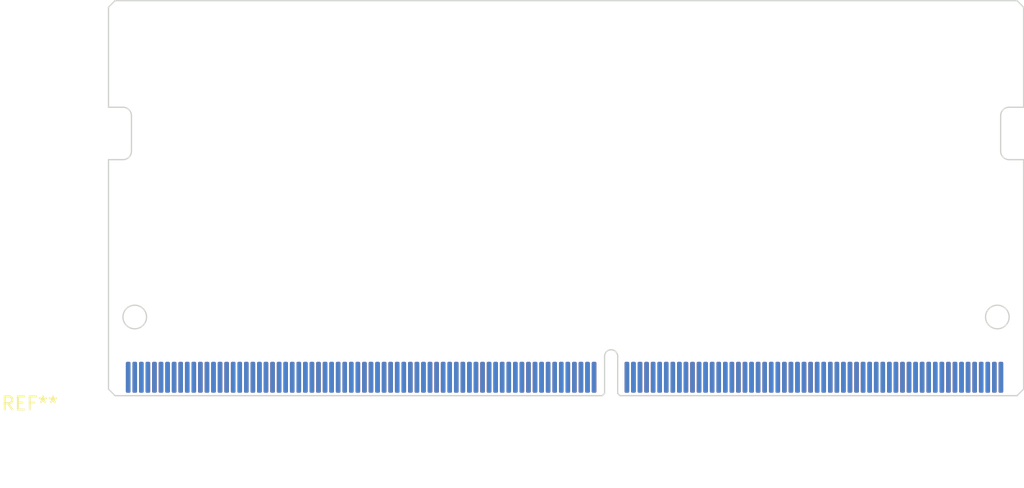
<source format=kicad_pcb>
(kicad_pcb (version 20211014) (generator pcbnew)
  (layers (0 "F.Cu" signal) (31 "B.Cu" signal) (34 "B.Paste" user) (35 "F.Paste" user) (36 "B.SilkS" user "B.Silkscreen") (37 "F.SilkS" user "F.Silkscreen") (38 "B.Mask" user) (39 "F.Mask" user) (44 "Edge.Cuts" user))
  (net 0 "")
  (footprint "ddr4_sodimm_pinout:ddr4_sodimm_pinout" (layer "F.Cu") (at 107.3 113.3)
    (fp_text reference "REF**" (at -7.5 2 unlocked) (layer "F.SilkS"))
    (fp_text value "ddr4_sodimm_pinout")
    (pad "1" smd roundrect (at 0 0) (size 0.35 2.35) (layers "F.Cu" "F.Paste" "F.Mask"))
    (pad "2" smd roundrect (at 0 0) (size 0.35 2.35) (layers "B.Cu" "B.Paste" "B.Mask"))
    (pad "3" smd roundrect (at 0.5 0) (size 0.35 2.35) (layers "F.Cu" "F.Paste" "F.Mask"))
    (pad "4" smd roundrect (at 0.5 0) (size 0.35 2.35) (layers "B.Cu" "B.Paste" "B.Mask"))
    (pad "5" smd roundrect (at 1 0) (size 0.35 2.35) (layers "F.Cu" "F.Paste" "F.Mask"))
    (pad "6" smd roundrect (at 1 0) (size 0.35 2.35) (layers "B.Cu" "B.Paste" "B.Mask"))
    (pad "7" smd roundrect (at 1.5 0) (size 0.35 2.35) (layers "F.Cu" "F.Paste" "F.Mask"))
    (pad "8" smd roundrect (at 1.5 0) (size 0.35 2.35) (layers "B.Cu" "B.Paste" "B.Mask"))
    (pad "9" smd roundrect (at 2 0) (size 0.35 2.35) (layers "F.Cu" "F.Paste" "F.Mask"))
    (pad "10" smd roundrect (at 2 0) (size 0.35 2.35) (layers "B.Cu" "B.Paste" "B.Mask"))
    (pad "11" smd roundrect (at 2.5 0) (size 0.35 2.35) (layers "F.Cu" "F.Paste" "F.Mask"))
    (pad "12" smd roundrect (at 2.5 0) (size 0.35 2.35) (layers "B.Cu" "B.Paste" "B.Mask"))
    (pad "13" smd roundrect (at 3 0) (size 0.35 2.35) (layers "F.Cu" "F.Paste" "F.Mask"))
    (pad "14" smd roundrect (at 3 0) (size 0.35 2.35) (layers "B.Cu" "B.Paste" "B.Mask"))
    (pad "15" smd roundrect (at 3.5 0) (size 0.35 2.35) (layers "F.Cu" "F.Paste" "F.Mask"))
    (pad "16" smd roundrect (at 3.5 0) (size 0.35 2.35) (layers "B.Cu" "B.Paste" "B.Mask"))
    (pad "17" smd roundrect (at 4 0) (size 0.35 2.35) (layers "F.Cu" "F.Paste" "F.Mask"))
    (pad "18" smd roundrect (at 4 0) (size 0.35 2.35) (layers "B.Cu" "B.Paste" "B.Mask"))
    (pad "19" smd roundrect (at 4.5 0) (size 0.35 2.35) (layers "F.Cu" "F.Paste" "F.Mask"))
    (pad "20" smd roundrect (at 4.5 0) (size 0.35 2.35) (layers "B.Cu" "B.Paste" "B.Mask"))
    (pad "21" smd roundrect (at 5 0) (size 0.35 2.35) (layers "F.Cu" "F.Paste" "F.Mask"))
    (pad "22" smd roundrect (at 5 0) (size 0.35 2.35) (layers "B.Cu" "B.Paste" "B.Mask"))
    (pad "23" smd roundrect (at 5.5 0) (size 0.35 2.35) (layers "F.Cu" "F.Paste" "F.Mask"))
    (pad "24" smd roundrect (at 5.5 0) (size 0.35 2.35) (layers "B.Cu" "B.Paste" "B.Mask"))
    (pad "25" smd roundrect (at 6 0) (size 0.35 2.35) (layers "F.Cu" "F.Paste" "F.Mask"))
    (pad "26" smd roundrect (at 6 0) (size 0.35 2.35) (layers "B.Cu" "B.Paste" "B.Mask"))
    (pad "27" smd roundrect (at 6.5 0) (size 0.35 2.35) (layers "F.Cu" "F.Paste" "F.Mask"))
    (pad "28" smd roundrect (at 6.5 0) (size 0.35 2.35) (layers "B.Cu" "B.Paste" "B.Mask"))
    (pad "29" smd roundrect (at 7 0) (size 0.35 2.35) (layers "F.Cu" "F.Paste" "F.Mask"))
    (pad "30" smd roundrect (at 7 0) (size 0.35 2.35) (layers "B.Cu" "B.Paste" "B.Mask"))
    (pad "31" smd roundrect (at 7.5 0) (size 0.35 2.35) (layers "F.Cu" "F.Paste" "F.Mask"))
    (pad "32" smd roundrect (at 7.5 0) (size 0.35 2.35) (layers "B.Cu" "B.Paste" "B.Mask"))
    (pad "33" smd roundrect (at 8 0) (size 0.35 2.35) (layers "F.Cu" "F.Paste" "F.Mask"))
    (pad "34" smd roundrect (at 8 0) (size 0.35 2.35) (layers "B.Cu" "B.Paste" "B.Mask"))
    (pad "35" smd roundrect (at 8.5 0) (size 0.35 2.35) (layers "F.Cu" "F.Paste" "F.Mask"))
    (pad "36" smd roundrect (at 8.5 0) (size 0.35 2.35) (layers "B.Cu" "B.Paste" "B.Mask"))
    (pad "37" smd roundrect (at 9 0) (size 0.35 2.35) (layers "F.Cu" "F.Paste" "F.Mask"))
    (pad "38" smd roundrect (at 9 0) (size 0.35 2.35) (layers "B.Cu" "B.Paste" "B.Mask"))
    (pad "39" smd roundrect (at 9.5 0) (size 0.35 2.35) (layers "F.Cu" "F.Paste" "F.Mask"))
    (pad "40" smd roundrect (at 9.5 0) (size 0.35 2.35) (layers "B.Cu" "B.Paste" "B.Mask"))
    (pad "41" smd roundrect (at 10 0) (size 0.35 2.35) (layers "F.Cu" "F.Paste" "F.Mask"))
    (pad "42" smd roundrect (at 10 0) (size 0.35 2.35) (layers "B.Cu" "B.Paste" "B.Mask"))
    (pad "43" smd roundrect (at 10.5 0) (size 0.35 2.35) (layers "F.Cu" "F.Paste" "F.Mask"))
    (pad "44" smd roundrect (at 10.5 0) (size 0.35 2.35) (layers "B.Cu" "B.Paste" "B.Mask"))
    (pad "45" smd roundrect (at 11 0) (size 0.35 2.35) (layers "F.Cu" "F.Paste" "F.Mask"))
    (pad "46" smd roundrect (at 11 0) (size 0.35 2.35) (layers "B.Cu" "B.Paste" "B.Mask"))
    (pad "47" smd roundrect (at 11.5 0) (size 0.35 2.35) (layers "F.Cu" "F.Paste" "F.Mask"))
    (pad "48" smd roundrect (at 11.5 0) (size 0.35 2.35) (layers "B.Cu" "B.Paste" "B.Mask"))
    (pad "49" smd roundrect (at 12 0) (size 0.35 2.35) (layers "F.Cu" "F.Paste" "F.Mask"))
    (pad "50" smd roundrect (at 12 0) (size 0.35 2.35) (layers "B.Cu" "B.Paste" "B.Mask"))
    (pad "51" smd roundrect (at 12.5 0) (size 0.35 2.35) (layers "F.Cu" "F.Paste" "F.Mask"))
    (pad "52" smd roundrect (at 12.5 0) (size 0.35 2.35) (layers "B.Cu" "B.Paste" "B.Mask"))
    (pad "53" smd roundrect (at 13 0) (size 0.35 2.35) (layers "F.Cu" "F.Paste" "F.Mask"))
    (pad "54" smd roundrect (at 13 0) (size 0.35 2.35) (layers "B.Cu" "B.Paste" "B.Mask"))
    (pad "55" smd roundrect (at 13.5 0) (size 0.35 2.35) (layers "F.Cu" "F.Paste" "F.Mask"))
    (pad "56" smd roundrect (at 13.5 0) (size 0.35 2.35) (layers "B.Cu" "B.Paste" "B.Mask"))
    (pad "57" smd roundrect (at 14 0) (size 0.35 2.35) (layers "F.Cu" "F.Paste" "F.Mask"))
    (pad "58" smd roundrect (at 14 0) (size 0.35 2.35) (layers "B.Cu" "B.Paste" "B.Mask"))
    (pad "59" smd roundrect (at 14.5 0) (size 0.35 2.35) (layers "F.Cu" "F.Paste" "F.Mask"))
    (pad "60" smd roundrect (at 14.5 0) (size 0.35 2.35) (layers "B.Cu" "B.Paste" "B.Mask"))
    (pad "61" smd roundrect (at 15 0) (size 0.35 2.35) (layers "F.Cu" "F.Paste" "F.Mask"))
    (pad "62" smd roundrect (at 15 0) (size 0.35 2.35) (layers "B.Cu" "B.Paste" "B.Mask"))
    (pad "63" smd roundrect (at 15.5 0) (size 0.35 2.35) (layers "F.Cu" "F.Paste" "F.Mask"))
    (pad "64" smd roundrect (at 15.5 0) (size 0.35 2.35) (layers "B.Cu" "B.Paste" "B.Mask"))
    (pad "65" smd roundrect (at 16 0) (size 0.35 2.35) (layers "F.Cu" "F.Paste" "F.Mask"))
    (pad "66" smd roundrect (at 16 0) (size 0.35 2.35) (layers "B.Cu" "B.Paste" "B.Mask"))
    (pad "67" smd roundrect (at 16.5 0) (size 0.35 2.35) (layers "F.Cu" "F.Paste" "F.Mask"))
    (pad "68" smd roundrect (at 16.5 0) (size 0.35 2.35) (layers "B.Cu" "B.Paste" "B.Mask"))
    (pad "69" smd roundrect (at 17 0) (size 0.35 2.35) (layers "F.Cu" "F.Paste" "F.Mask"))
    (pad "70" smd roundrect (at 17 0) (size 0.35 2.35) (layers "B.Cu" "B.Paste" "B.Mask"))
    (pad "71" smd roundrect (at 17.5 0) (size 0.35 2.35) (layers "F.Cu" "F.Paste" "F.Mask"))
    (pad "72" smd roundrect (at 17.5 0) (size 0.35 2.35) (layers "B.Cu" "B.Paste" "B.Mask"))
    (pad "73" smd roundrect (at 18 0) (size 0.35 2.35) (layers "F.Cu" "F.Paste" "F.Mask"))
    (pad "74" smd roundrect (at 18 0) (size 0.35 2.35) (layers "B.Cu" "B.Paste" "B.Mask"))
    (pad "75" smd roundrect (at 18.5 0) (size 0.35 2.35) (layers "F.Cu" "F.Paste" "F.Mask"))
    (pad "76" smd roundrect (at 18.5 0) (size 0.35 2.35) (layers "B.Cu" "B.Paste" "B.Mask"))
    (pad "77" smd roundrect (at 19 0) (size 0.35 2.35) (layers "F.Cu" "F.Paste" "F.Mask"))
    (pad "78" smd roundrect (at 19 0) (size 0.35 2.35) (layers "B.Cu" "B.Paste" "B.Mask"))
    (pad "79" smd roundrect (at 19.5 0) (size 0.35 2.35) (layers "F.Cu" "F.Paste" "F.Mask"))
    (pad "80" smd roundrect (at 19.5 0) (size 0.35 2.35) (layers "B.Cu" "B.Paste" "B.Mask"))
    (pad "81" smd roundrect (at 20 0) (size 0.35 2.35) (layers "F.Cu" "F.Paste" "F.Mask"))
    (pad "82" smd roundrect (at 20 0) (size 0.35 2.35) (layers "B.Cu" "B.Paste" "B.Mask"))
    (pad "83" smd roundrect (at 20.5 0) (size 0.35 2.35) (layers "F.Cu" "F.Paste" "F.Mask"))
    (pad "84" smd roundrect (at 20.5 0) (size 0.35 2.35) (layers "B.Cu" "B.Paste" "B.Mask"))
    (pad "85" smd roundrect (at 21 0) (size 0.35 2.35) (layers "F.Cu" "F.Paste" "F.Mask"))
    (pad "86" smd roundrect (at 21 0) (size 0.35 2.35) (layers "B.Cu" "B.Paste" "B.Mask"))
    (pad "87" smd roundrect (at 21.5 0) (size 0.35 2.35) (layers "F.Cu" "F.Paste" "F.Mask"))
    (pad "88" smd roundrect (at 21.5 0) (size 0.35 2.35) (layers "B.Cu" "B.Paste" "B.Mask"))
    (pad "89" smd roundrect (at 22 0) (size 0.35 2.35) (layers "F.Cu" "F.Paste" "F.Mask"))
    (pad "90" smd roundrect (at 22 0) (size 0.35 2.35) (layers "B.Cu" "B.Paste" "B.Mask"))
    (pad "91" smd roundrect (at 22.5 0) (size 0.35 2.35) (layers "F.Cu" "F.Paste" "F.Mask"))
    (pad "92" smd roundrect (at 22.5 0) (size 0.35 2.35) (layers "B.Cu" "B.Paste" "B.Mask"))
    (pad "93" smd roundrect (at 23 0) (size 0.35 2.35) (layers "F.Cu" "F.Paste" "F.Mask"))
    (pad "94" smd roundrect (at 23 0) (size 0.35 2.35) (layers "B.Cu" "B.Paste" "B.Mask"))
    (pad "95" smd roundrect (at 23.5 0) (size 0.35 2.35) (layers "F.Cu" "F.Paste" "F.Mask"))
    (pad "96" smd roundrect (at 23.5 0) (size 0.35 2.35) (layers "B.Cu" "B.Paste" "B.Mask"))
    (pad "97" smd roundrect (at 24 0) (size 0.35 2.35) (layers "F.Cu" "F.Paste" "F.Mask"))
    (pad "98" smd roundrect (at 24 0) (size 0.35 2.35) (layers "B.Cu" "B.Paste" "B.Mask"))
    (pad "99" smd roundrect (at 24.5 0) (size 0.35 2.35) (layers "F.Cu" "F.Paste" "F.Mask"))
    (pad "100" smd roundrect (at 24.5 0) (size 0.35 2.35) (layers "B.Cu" "B.Paste" "B.Mask"))
    (pad "101" smd roundrect (at 25 0) (size 0.35 2.35) (layers "F.Cu" "F.Paste" "F.Mask"))
    (pad "102" smd roundrect (at 25 0) (size 0.35 2.35) (layers "B.Cu" "B.Paste" "B.Mask"))
    (pad "103" smd roundrect (at 25.5 0) (size 0.35 2.35) (layers "F.Cu" "F.Paste" "F.Mask"))
    (pad "104" smd roundrect (at 25.5 0) (size 0.35 2.35) (layers "B.Cu" "B.Paste" "B.Mask"))
    (pad "105" smd roundrect (at 26 0) (size 0.35 2.35) (layers "F.Cu" "F.Paste" "F.Mask"))
    (pad "106" smd roundrect (at 26 0) (size 0.35 2.35) (layers "B.Cu" "B.Paste" "B.Mask"))
    (pad "107" smd roundrect (at 26.5 0) (size 0.35 2.35) (layers "F.Cu" "F.Paste" "F.Mask"))
    (pad "108" smd roundrect (at 26.5 0) (size 0.35 2.35) (layers "B.Cu" "B.Paste" "B.Mask"))
    (pad "109" smd roundrect (at 27 0) (size 0.35 2.35) (layers "F.Cu" "F.Paste" "F.Mask"))
    (pad "110" smd roundrect (at 27 0) (size 0.35 2.35) (layers "B.Cu" "B.Paste" "B.Mask"))
    (pad "111" smd roundrect (at 27.5 0) (size 0.35 2.35) (layers "F.Cu" "F.Paste" "F.Mask"))
    (pad "112" smd roundrect (at 27.5 0) (size 0.35 2.35) (layers "B.Cu" "B.Paste" "B.Mask"))
    (pad "113" smd roundrect (at 28 0) (size 0.35 2.35) (layers "F.Cu" "F.Paste" "F.Mask"))
    (pad "114" smd roundrect (at 28 0) (size 0.35 2.35) (layers "B.Cu" "B.Paste" "B.Mask"))
    (pad "115" smd roundrect (at 28.5 0) (size 0.35 2.35) (layers "F.Cu" "F.Paste" "F.Mask"))
    (pad "116" smd roundrect (at 28.5 0) (size 0.35 2.35) (layers "B.Cu" "B.Paste" "B.Mask"))
    (pad "117" smd roundrect (at 29 0) (size 0.35 2.35) (layers "F.Cu" "F.Paste" "F.Mask"))
    (pad "118" smd roundrect (at 29 0) (size 0.35 2.35) (layers "B.Cu" "B.Paste" "B.Mask"))
    (pad "119" smd roundrect (at 29.5 0) (size 0.35 2.35) (layers "F.Cu" "F.Paste" "F.Mask"))
    (pad "120" smd roundrect (at 29.5 0) (size 0.35 2.35) (layers "B.Cu" "B.Paste" "B.Mask"))
    (pad "121" smd roundrect (at 30 0) (size 0.35 2.35) (layers "F.Cu" "F.Paste" "F.Mask"))
    (pad "122" smd roundrect (at 30 0) (size 0.35 2.35) (layers "B.Cu" "B.Paste" "B.Mask"))
    (pad "123" smd roundrect (at 30.5 0) (size 0.35 2.35) (layers "F.Cu" "F.Paste" "F.Mask"))
    (pad "124" smd roundrect (at 30.5 0) (size 0.35 2.35) (layers "B.Cu" "B.Paste" "B.Mask"))
    (pad "125" smd roundrect (at 31 0) (size 0.35 2.35) (layers "F.Cu" "F.Paste" "F.Mask"))
    (pad "126" smd roundrect (at 31 0) (size 0.35 2.35) (layers "B.Cu" "B.Paste" "B.Mask"))
    (pad "127" smd roundrect (at 31.5 0) (size 0.35 2.35) (layers "F.Cu" "F.Paste" "F.Mask"))
    (pad "128" smd roundrect (at 31.5 0) (size 0.35 2.35) (layers "B.Cu" "B.Paste" "B.Mask"))
    (pad "129" smd roundrect (at 32 0) (size 0.35 2.35) (layers "F.Cu" "F.Paste" "F.Mask"))
    (pad "130" smd roundrect (at 32 0) (size 0.35 2.35) (layers "B.Cu" "B.Paste" "B.Mask"))
    (pad "131" smd roundrect (at 32.5 0) (size 0.35 2.35) (layers "F.Cu" "F.Paste" "F.Mask"))
    (pad "132" smd roundrect (at 32.5 0) (size 0.35 2.35) (layers "B.Cu" "B.Paste" "B.Mask"))
    (pad "133" smd roundrect (at 33 0) (size 0.35 2.35) (layers "F.Cu" "F.Paste" "F.Mask"))
    (pad "134" smd roundrect (at 33 0) (size 0.35 2.35) (layers "B.Cu" "B.Paste" "B.Mask"))
    (pad "135" smd roundrect (at 33.5 0) (size 0.35 2.35) (layers "F.Cu" "F.Paste" "F.Mask"))
    (pad "136" smd roundrect (at 33.5 0) (size 0.35 2.35) (layers "B.Cu" "B.Paste" "B.Mask"))
    (pad "137" smd roundrect (at 34 0) (size 0.35 2.35) (layers "F.Cu" "F.Paste" "F.Mask"))
    (pad "138" smd roundrect (at 34 0) (size 0.35 2.35) (layers "B.Cu" "B.Paste" "B.Mask"))
    (pad "139" smd roundrect (at 34.5 0) (size 0.35 2.35) (layers "F.Cu" "F.Paste" "F.Mask"))
    (pad "140" smd roundrect (at 34.5 0) (size 0.35 2.35) (layers "B.Cu" "B.Paste" "B.Mask"))
    (pad "141" smd roundrect (at 35 0) (size 0.35 2.35) (layers "F.Cu" "F.Paste" "F.Mask"))
    (pad "142" smd roundrect (at 35 0) (size 0.35 2.35) (layers "B.Cu" "B.Paste" "B.Mask"))
    (pad "143" smd roundrect (at 35.5 0) (size 0.35 2.35) (layers "F.Cu" "F.Paste" "F.Mask"))
    (pad "144" smd roundrect (at 35.5 0) (size 0.35 2.35) (layers "B.Cu" "B.Paste" "B.Mask"))
    (pad "145" smd roundrect (at 38 0) (size 0.35 2.35) (layers "F.Cu" "F.Paste" "F.Mask"))
    (pad "146" smd roundrect (at 38 0) (size 0.35 2.35) (layers "B.Cu" "B.Paste" "B.Mask"))
    (pad "147" smd roundrect (at 38.5 0) (size 0.35 2.35) (layers "F.Cu" "F.Paste" "F.Mask"))
    (pad "148" smd roundrect (at 38.5 0) (size 0.35 2.35) (layers "B.Cu" "B.Paste" "B.Mask"))
    (pad "149" smd roundrect (at 39 0) (size 0.35 2.35) (layers "F.Cu" "F.Paste" "F.Mask"))
    (pad "150" smd roundrect (at 39 0) (size 0.35 2.35) (layers "B.Cu" "B.Paste" "B.Mask"))
    (pad "151" smd roundrect (at 39.5 0) (size 0.35 2.35) (layers "F.Cu" "F.Paste" "F.Mask"))
    (pad "152" smd roundrect (at 39.5 0) (size 0.35 2.35) (layers "B.Cu" "B.Paste" "B.Mask"))
    (pad "153" smd roundrect (at 40 0) (size 0.35 2.35) (layers "F.Cu" "F.Paste" "F.Mask"))
    (pad "154" smd roundrect (at 40 0) (size 0.35 2.35) (layers "B.Cu" "B.Paste" "B.Mask"))
    (pad "155" smd roundrect (at 40.5 0) (size 0.35 2.35) (layers "F.Cu" "F.Paste" "F.Mask"))
    (pad "156" smd roundrect (at 40.5 0) (size 0.35 2.35) (layers "B.Cu" "B.Paste" "B.Mask"))
    (pad "157" smd roundrect (at 41 0) (size 0.35 2.35) (layers "F.Cu" "F.Paste" "F.Mask"))
    (pad "158" smd roundrect (at 41 0) (size 0.35 2.35) (layers "B.Cu" "B.Paste" "B.Mask"))
    (pad "159" smd roundrect (at 41.5 0) (size 0.35 2.35) (layers "F.Cu" "F.Paste" "F.Mask"))
    (pad "160" smd roundrect (at 41.5 0) (size 0.35 2.35) (layers "B.Cu" "B.Paste" "B.Mask"))
    (pad "161" smd roundrect (at 42 0) (size 0.35 2.35) (layers "F.Cu" "F.Paste" "F.Mask"))
    (pad "162" smd roundrect (at 42 0) (size 0.35 2.35) (layers "B.Cu" "B.Paste" "B.Mask"))
    (pad "163" smd roundrect (at 42.5 0) (size 0.35 2.35) (layers "F.Cu" "F.Paste" "F.Mask"))
    (pad "164" smd roundrect (at 42.5 0) (size 0.35 2.35) (layers "B.Cu" "B.Paste" "B.Mask"))
    (pad "165" smd roundrect (at 43 0) (size 0.35 2.35) (layers "F.Cu" "F.Paste" "F.Mask"))
    (pad "166" smd roundrect (at 43 0) (size 0.35 2.35) (layers "B.Cu" "B.Paste" "B.Mask"))
    (pad "167" smd roundrect (at 43.5 0) (size 0.35 2.35) (layers "F.Cu" "F.Paste" "F.Mask"))
    (pad "168" smd roundrect (at 43.5 0) (size 0.35 2.35) (layers "B.Cu" "B.Paste" "B.Mask"))
    (pad "169" smd roundrect (at 44 0) (size 0.35 2.35) (layers "F.Cu" "F.Paste" "F.Mask"))
    (pad "170" smd roundrect (at 44 0) (size 0.35 2.35) (layers "B.Cu" "B.Paste" "B.Mask"))
    (pad "171" smd roundrect (at 44.5 0) (size 0.35 2.35) (layers "F.Cu" "F.Paste" "F.Mask"))
    (pad "172" smd roundrect (at 44.5 0) (size 0.35 2.35) (layers "B.Cu" "B.Paste" "B.Mask"))
    (pad "173" smd roundrect (at 45 0) (size 0.35 2.35) (layers "F.Cu" "F.Paste" "F.Mask"))
    (pad "174" smd roundrect (at 45 0) (size 0.35 2.35) (layers "B.Cu" "B.Paste" "B.Mask"))
    (pad "175" smd roundrect (at 45.5 0) (size 0.35 2.35) (layers "F.Cu" "F.Paste" "F.Mask"))
    (pad "176" smd roundrect (at 45.5 0) (size 0.35 2.35) (layers "B.Cu" "B.Paste" "B.Mask"))
    (pad "177" smd roundrect (at 46 0) (size 0.35 2.35) (layers "F.Cu" "F.Paste" "F.Mask"))
    (pad "178" smd roundrect (at 46 0) (size 0.35 2.35) (layers "B.Cu" "B.Paste" "B.Mask"))
    (pad "179" smd roundrect (at 46.5 0) (size 0.35 2.35) (layers "F.Cu" "F.Paste" "F.Mask"))
    (pad "180" smd roundrect (at 46.5 0) (size 0.35 2.35) (layers "B.Cu" "B.Paste" "B.Mask"))
    (pad "181" smd roundrect (at 47 0) (size 0.35 2.35) (layers "F.Cu" "F.Paste" "F.Mask"))
    (pad "182" smd roundrect (at 47 0) (size 0.35 2.35) (layers "B.Cu" "B.Paste" "B.Mask"))
    (pad "183" smd roundrect (at 47.5 0) (size 0.35 2.35) (layers "F.Cu" "F.Paste" "F.Mask"))
    (pad "184" smd roundrect (at 47.5 0) (size 0.35 2.35) (layers "B.Cu" "B.Paste" "B.Mask"))
    (pad "185" smd roundrect (at 48 0) (size 0.35 2.35) (layers "F.Cu" "F.Paste" "F.Mask"))
    (pad "186" smd roundrect (at 48 0) (size 0.35 2.35) (layers "B.Cu" "B.Paste" "B.Mask"))
    (pad "187" smd roundrect (at 48.5 0) (size 0.35 2.35) (layers "F.Cu" "F.Paste" "F.Mask"))
    (pad "188" smd roundrect (at 48.5 0) (size 0.35 2.35) (layers "B.Cu" "B.Paste" "B.Mask"))
    (pad "189" smd roundrect (at 49 0) (size 0.35 2.35) (layers "F.Cu" "F.Paste" "F.Mask"))
    (pad "190" smd roundrect (at 49 0) (size 0.35 2.35) (layers "B.Cu" "B.Paste" "B.Mask"))
    (pad "191" smd roundrect (at 49.5 0) (size 0.35 2.35) (layers "F.Cu" "F.Paste" "F.Mask"))
    (pad "192" smd roundrect (at 49.5 0) (size 0.35 2.35) (layers "B.Cu" "B.Paste" "B.Mask"))
    (pad "193" smd roundrect (at 50 0) (size 0.35 2.35) (layers "F.Cu" "F.Paste" "F.Mask"))
    (pad "194" smd roundrect (at 50 0) (size 0.35 2.35) (layers "B.Cu" "B.Paste" "B.Mask"))
    (pad "195" smd roundrect (at 50.5 0) (size 0.35 2.35) (layers "F.Cu" "F.Paste" "F.Mask"))
    (pad "196" smd roundrect (at 50.5 0) (size 0.35 2.35) (layers "B.Cu" "B.Paste" "B.Mask"))
    (pad "197" smd roundrect (at 51 0) (size 0.35 2.35) (layers "F.Cu" "F.Paste" "F.Mask"))
    (pad "198" smd roundrect (at 51 0) (size 0.35 2.35) (layers "B.Cu" "B.Paste" "B.Mask"))
    (pad "199" smd roundrect (at 51.5 0) (size 0.35 2.35) (layers "F.Cu" "F.Paste" "F.Mask"))
    (pad "200" smd roundrect (at 51.5 0) (size 0.35 2.35) (layers "B.Cu" "B.Paste" "B.Mask"))
    (pad "201" smd roundrect (at 52 0) (size 0.35 2.35) (layers "F.Cu" "F.Paste" "F.Mask"))
    (pad "202" smd roundrect (at 52 0) (size 0.35 2.35) (layers "B.Cu" "B.Paste" "B.Mask"))
    (pad "203" smd roundrect (at 52.5 0) (size 0.35 2.35) (layers "F.Cu" "F.Paste" "F.Mask"))
    (pad "204" smd roundrect (at 52.5 0) (size 0.35 2.35) (layers "B.Cu" "B.Paste" "B.Mask"))
    (pad "205" smd roundrect (at 53 0) (size 0.35 2.35) (layers "F.Cu" "F.Paste" "F.Mask"))
    (pad "206" smd roundrect (at 53 0) (size 0.35 2.35) (layers "B.Cu" "B.Paste" "B.Mask"))
    (pad "207" smd roundrect (at 53.5 0) (size 0.35 2.35) (layers "F.Cu" "F.Paste" "F.Mask"))
    (pad "208" smd roundrect (at 53.5 0) (size 0.35 2.35) (layers "B.Cu" "B.Paste" "B.Mask"))
    (pad "209" smd roundrect (at 54 0) (size 0.35 2.35) (layers "F.Cu" "F.Paste" "F.Mask"))
    (pad "210" smd roundrect (at 54 0) (size 0.35 2.35) (layers "B.Cu" "B.Paste" "B.Mask"))
    (pad "211" smd roundrect (at 54.5 0) (size 0.35 2.35) (layers "F.Cu" "F.Paste" "F.Mask"))
    (pad "212" smd roundrect (at 54.5 0) (size 0.35 2.35) (layers "B.Cu" "B.Paste" "B.Mask"))
    (pad "213" smd roundrect (at 55 0) (size 0.35 2.35) (layers "F.Cu" "F.Paste" "F.Mask"))
    (pad "214" smd roundrect (at 55 0) (size 0.35 2.35) (layers "B.Cu" "B.Paste" "B.Mask"))
    (pad "215" smd roundrect (at 55.5 0) (size 0.35 2.35) (layers "F.Cu" "F.Paste" "F.Mask"))
    (pad "216" smd roundrect (at 55.5 0) (size 0.35 2.35) (layers "B.Cu" "B.Paste" "B.Mask"))
    (pad "217" smd roundrect (at 56 0) (size 0.35 2.35) (layers "F.Cu" "F.Paste" "F.Mask"))
    (pad "218" smd roundrect (at 56 0) (size 0.35 2.35) (layers "B.Cu" "B.Paste" "B.Mask"))
    (pad "219" smd roundrect (at 56.5 0) (size 0.35 2.35) (layers "F.Cu" "F.Paste" "F.Mask"))
    (pad "220" smd roundrect (at 56.5 0) (size 0.35 2.35) (layers "B.Cu" "B.Paste" "B.Mask"))
    (pad "221" smd roundrect (at 57 0) (size 0.35 2.35) (layers "F.Cu" "F.Paste" "F.Mask"))
    (pad "222" smd roundrect (at 57 0) (size 0.35 2.35) (layers "B.Cu" "B.Paste" "B.Mask"))
    (pad "223" smd roundrect (at 57.5 0) (size 0.35 2.35) (layers "F.Cu" "F.Paste" "F.Mask"))
    (pad "224" smd roundrect (at 57.5 0) (size 0.35 2.35) (layers "B.Cu" "B.Paste" "B.Mask"))
    (pad "225" smd roundrect (at 58 0) (size 0.35 2.35) (layers "F.Cu" "F.Paste" "F.Mask"))
    (pad "226" smd roundrect (at 58 0) (size 0.35 2.35) (layers "B.Cu" "B.Paste" "B.Mask"))
    (pad "227" smd roundrect (at 58.5 0) (size 0.35 2.35) (layers "F.Cu" "F.Paste" "F.Mask"))
    (pad "228" smd roundrect (at 58.5 0) (size 0.35 2.35) (layers "B.Cu" "B.Paste" "B.Mask"))
    (pad "229" smd roundrect (at 59 0) (size 0.35 2.35) (layers "F.Cu" "F.Paste" "F.Mask"))
    (pad "230" smd roundrect (at 59 0) (size 0.35 2.35) (layers "B.Cu" "B.Paste" "B.Mask"))
    (pad "231" smd roundrect (at 59.5 0) (size 0.35 2.35) (layers "F.Cu" "F.Paste" "F.Mask"))
    (pad "232" smd roundrect (at 59.5 0) (size 0.35 2.35) (layers "B.Cu" "B.Paste" "B.Mask"))
    (pad "233" smd roundrect (at 60 0) (size 0.35 2.35) (layers "F.Cu" "F.Paste" "F.Mask"))
    (pad "234" smd roundrect (at 60 0) (size 0.35 2.35) (layers "B.Cu" "B.Paste" "B.Mask"))
    (pad "235" smd roundrect (at 60.5 0) (size 0.35 2.35) (layers "F.Cu" "F.Paste" "F.Mask"))
    (pad "236" smd roundrect (at 60.5 0) (size 0.35 2.35) (layers "B.Cu" "B.Paste" "B.Mask"))
    (pad "237" smd roundrect (at 61 0) (size 0.35 2.35) (layers "F.Cu" "F.Paste" "F.Mask"))
    (pad "238" smd roundrect (at 61 0) (size 0.35 2.35) (layers "B.Cu" "B.Paste" "B.Mask"))
    (pad "239" smd roundrect (at 61.5 0) (size 0.35 2.35) (layers "F.Cu" "F.Paste" "F.Mask"))
    (pad "240" smd roundrect (at 61.5 0) (size 0.35 2.35) (layers "B.Cu" "B.Paste" "B.Mask"))
    (pad "241" smd roundrect (at 62 0) (size 0.35 2.35) (layers "F.Cu" "F.Paste" "F.Mask"))
    (pad "242" smd roundrect (at 62 0) (size 0.35 2.35) (layers "B.Cu" "B.Paste" "B.Mask"))
    (pad "243" smd roundrect (at 62.5 0) (size 0.35 2.35) (layers "F.Cu" "F.Paste" "F.Mask"))
    (pad "244" smd roundrect (at 62.5 0) (size 0.35 2.35) (layers "B.Cu" "B.Paste" "B.Mask"))
    (pad "245" smd roundrect (at 63 0) (size 0.35 2.35) (layers "F.Cu" "F.Paste" "F.Mask"))
    (pad "246" smd roundrect (at 63 0) (size 0.35 2.35) (layers "B.Cu" "B.Paste" "B.Mask"))
    (pad "247" smd roundrect (at 63.5 0) (size 0.35 2.35) (layers "F.Cu" "F.Paste" "F.Mask"))
    (pad "248" smd roundrect (at 63.5 0) (size 0.35 2.35) (layers "B.Cu" "B.Paste" "B.Mask"))
    (pad "249" smd roundrect (at 64 0) (size 0.35 2.35) (layers "F.Cu" "F.Paste" "F.Mask"))
    (pad "250" smd roundrect (at 64 0) (size 0.35 2.35) (layers "B.Cu" "B.Paste" "B.Mask"))
    (pad "251" smd roundrect (at 64.5 0) (size 0.35 2.35) (layers "F.Cu" "F.Paste" "F.Mask"))
    (pad "252" smd roundrect (at 64.5 0) (size 0.35 2.35) (layers "B.Cu" "B.Paste" "B.Mask"))
    (pad "253" smd roundrect (at 65 0) (size 0.35 2.35) (layers "F.Cu" "F.Paste" "F.Mask"))
    (pad "254" smd roundrect (at 65 0) (size 0.35 2.35) (layers "B.Cu" "B.Paste" "B.Mask"))
    (pad "255" smd roundrect (at 65.5 0) (size 0.35 2.35) (layers "F.Cu" "F.Paste" "F.Mask"))
    (pad "256" smd roundrect (at 65.5 0) (size 0.35 2.35) (layers "B.Cu" "B.Paste" "B.Mask"))
    (pad "257" smd roundrect (at 66 0) (size 0.35 2.35) (layers "F.Cu" "F.Paste" "F.Mask"))
    (pad "258" smd roundrect (at 66 0) (size 0.35 2.35) (layers "B.Cu" "B.Paste" "B.Mask"))
    (pad "259" smd roundrect (at 66.5 0) (size 0.35 2.35) (layers "F.Cu" "F.Paste" "F.Mask"))
    (pad "260" smd roundrect (at 66.5 0) (size 0.35 2.35) (layers "B.Cu" "B.Paste" "B.Mask"))
  )
  (gr_line (start 105.8 92.7) (end 105.8 85.07) (layer "Edge.Cuts") (width 0.1))
  (gr_circle (center 107.8 108.7) (end 108.7 108.7) (layer "Edge.Cuts") (width 0.1) (fill none))
  (gr_line (start 175.53 96.7) (end 175.53 114.2) (layer "Edge.Cuts") (width 0.1))
  (gr_line (start 105.8 96.7) (end 105.8 114.2) (layer "Edge.Cuts") (width 0.1))
  (gr_line (start 174.43 96.7) (end 175.53 96.7) (layer "Edge.Cuts") (width 0.1))
  (gr_arc (start 106.9 92.7) (mid 107.359619 92.890381) (end 107.55 93.35) (layer "Edge.Cuts") (width 0.1))
  (gr_line (start 175.53 85.07) (end 175.03 84.57) (layer "Edge.Cuts") (width 0.1))
  (gr_line (start 106.3 84.57) (end 105.8 85.07) (layer "Edge.Cuts") (width 0.1))
  (gr_line (start 175.53 92.7) (end 175.53 85.07) (layer "Edge.Cuts") (width 0.1))
  (gr_line (start 173.78 93.35) (end 173.78 96.05) (layer "Edge.Cuts") (width 0.1))
  (gr_line (start 106.9 92.7) (end 105.8 92.7) (layer "Edge.Cuts") (width 0.1))
  (gr_line (start 144.6 111.7) (end 144.6 114.52323) (layer "Edge.Cuts") (width 0.1))
  (gr_arc (start 174.43 96.7) (mid 173.970381 96.509619) (end 173.78 96.05) (layer "Edge.Cuts") (width 0.1))
  (gr_line (start 107.55 93.35) (end 107.55 96.05) (layer "Edge.Cuts") (width 0.1))
  (gr_line (start 106.3 114.7) (end 143.42323 114.7) (layer "Edge.Cuts") (width 0.1))
  (gr_line (start 175.03 114.7) (end 175.53 114.2) (layer "Edge.Cuts") (width 0.1))
  (gr_line (start 105.8 114.2) (end 106.3 114.7) (layer "Edge.Cuts") (width 0.1))
  (gr_arc (start 143.6 111.7) (mid 144.1 111.2) (end 144.6 111.7) (layer "Edge.Cuts") (width 0.1))
  (gr_line (start 106.3 84.57) (end 175.03 84.57) (layer "Edge.Cuts") (width 0.1))
  (gr_line (start 175.03 114.7) (end 144.77677 114.7) (layer "Edge.Cuts") (width 0.1))
  (gr_circle (center 173.53 108.7) (end 174.43 108.7) (layer "Edge.Cuts") (width 0.1) (fill none))
  (gr_line (start 143.6 114.52323) (end 143.6 111.7) (layer "Edge.Cuts") (width 0.1))
  (gr_line (start 106.9 96.7) (end 105.8 96.7) (layer "Edge.Cuts") (width 0.1))
  (gr_line (start 143.42323 114.7) (end 143.6 114.52323) (layer "Edge.Cuts") (width 0.1))
  (gr_line (start 144.6 114.52323) (end 144.77677 114.7) (layer "Edge.Cuts") (width 0.1))
  (gr_line (start 175.53 92.7) (end 174.43 92.7) (layer "Edge.Cuts") (width 0.1))
  (gr_arc (start 173.78 93.35) (mid 173.970381 92.890381) (end 174.43 92.7) (layer "Edge.Cuts") (width 0.1))
  (gr_arc (start 107.55 96.05) (mid 107.359619 96.509619) (end 106.9 96.7) (layer "Edge.Cuts") (width 0.1))
)
</source>
